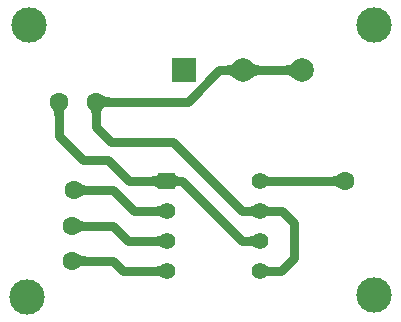
<source format=gbl>
%FSDAX24Y24*%
%MOIN*%
%SFA1B1*%

%IPPOS*%
%ADD10R,0.078740X0.078740*%
%ADD11C,0.078740*%
%ADD12C,0.055120*%
%ADD13R,0.055120X0.055120*%
%ADD14C,0.062990*%
%ADD15C,0.118110*%
%ADD16C,0.030000*%
%LNpcb_dac_mp-1*%
%LPD*%
G36*
X010237Y008624D02*
X010212Y008648D01*
X010185Y008669*
X010156Y008688*
X010127Y008704*
X010096Y008718*
X010063Y008729*
X010029Y008738*
X009993Y008745*
X009956Y008748*
X009918Y008750*
Y009050*
X009956Y009051*
X009993Y009055*
X010029Y009061*
X010063Y009070*
X010096Y009081*
X010127Y009095*
X010156Y009111*
X010185Y009130*
X010212Y009151*
X010237Y009175*
Y008624*
G37*
G36*
X008856Y009151D02*
X008883Y009130D01*
X008911Y009111*
X008941Y009095*
X008972Y009081*
X009005Y009070*
X009039Y009061*
X009074Y009055*
X009111Y009051*
X009150Y009050*
Y008750*
X009111Y008748*
X009074Y008745*
X009039Y008738*
X009005Y008729*
X008972Y008718*
X008941Y008704*
X008911Y008688*
X008883Y008669*
X008856Y008648*
X008831Y008624*
Y009175*
X008856Y009151*
G37*
G36*
X008268Y008624D02*
X008243Y008648D01*
X008216Y008669*
X008188Y008688*
X008158Y008704*
X008127Y008718*
X008094Y008729*
X008060Y008738*
X008025Y008745*
X007988Y008748*
X007949Y008750*
Y009050*
X007988Y009051*
X008025Y009055*
X008060Y009061*
X008094Y009070*
X008127Y009081*
X008158Y009095*
X008188Y009111*
X008216Y009130*
X008243Y009151*
X008268Y009175*
Y008624*
G37*
G36*
X003889Y008057D02*
X003906Y008045D01*
X003925Y008034*
X003946Y008025*
X003969Y008017*
X003994Y008011*
X004022Y008006*
X004051Y008002*
X004082Y008000*
X004115Y008000*
Y007700*
X004082Y007699*
X004022Y007693*
X003994Y007688*
X003969Y007682*
X003946Y007674*
X003925Y007665*
X003906Y007654*
X003889Y007642*
X003874Y007629*
Y008070*
X003889Y008057*
G37*
G36*
X003857Y007610D02*
X003845Y007593D01*
X003834Y007574*
X003825Y007553*
X003817Y007530*
X003811Y007505*
X003806Y007478*
X003802Y007448*
X003800Y007417*
X003800Y007384*
X003500*
X003499Y007417*
X003493Y007478*
X003488Y007505*
X003482Y007530*
X003474Y007553*
X003465Y007574*
X003454Y007593*
X003442Y007610*
X003429Y007625*
X003870*
X003857Y007610*
G37*
G36*
X002607D02*
X002595Y007593D01*
X002584Y007574*
X002575Y007553*
X002567Y007530*
X002561Y007505*
X002556Y007478*
X002552Y007448*
X002550Y007417*
X002550Y007384*
X002250*
X002249Y007417*
X002243Y007478*
X002238Y007505*
X002232Y007530*
X002224Y007553*
X002215Y007574*
X002204Y007593*
X002192Y007610*
X002179Y007625*
X002620*
X002607Y007610*
G37*
G36*
X009305Y005384D02*
X009317Y005377D01*
X009331Y005371*
X009348Y005365*
X009367Y005360*
X009388Y005356*
X009411Y005353*
X009465Y005350*
X009495Y005350*
Y005050*
X009465Y005049*
X009388Y005043*
X009367Y005039*
X009348Y005034*
X009331Y005029*
X009317Y005022*
X009305Y005015*
X009296Y005007*
Y005392*
X009305Y005384*
G37*
G36*
X006276Y005410D02*
X006283Y005397D01*
X006293Y005387*
Y005405*
X006295Y005394*
X006301Y005385*
X006312Y005377*
X006322Y005372*
X006330Y005368*
X006355Y005362*
X006384Y005356*
X006418Y005353*
X006500Y005350*
Y005050*
X006458Y005049*
X006453Y005049*
X006384Y005043*
X006355Y005038*
X006330Y005031*
X006322Y005028*
X006312Y005023*
X006301Y005014*
X006295Y005005*
X006293Y004994*
Y005012*
X006283Y005002*
X006276Y004989*
X006274Y004975*
Y005424*
X006276Y005410*
G37*
G36*
X011725Y004979D02*
X011710Y004992D01*
X011693Y005004*
X011674Y005015*
X011653Y005024*
X011630Y005032*
X011605Y005038*
X011578Y005043*
X011548Y005047*
X011517Y005049*
X011484Y005050*
Y005350*
X011517Y005350*
X011578Y005356*
X011605Y005361*
X011630Y005367*
X011653Y005375*
X011674Y005384*
X011693Y005395*
X011710Y005407*
X011725Y005420*
Y004979*
G37*
G36*
X005706Y005420D02*
X005714Y005429D01*
X005723Y005450*
X005726Y005474*
Y004925*
X005723Y004949*
X005714Y004970*
X005706Y004979*
Y004905*
X005703Y004933*
X005694Y004957*
X005679Y004979*
X005658Y004998*
X005631Y005014*
X005598Y005027*
X005559Y005037*
X005514Y005044*
X005463Y005048*
X005406Y005050*
Y005350*
X005463Y005351*
X005514Y005355*
X005559Y005363*
X005598Y005373*
X005631Y005386*
X005658Y005401*
X005679Y005420*
X005694Y005442*
X005703Y005466*
X005706Y005494*
Y005420*
G37*
G36*
X003139Y005107D02*
X003156Y005095D01*
X003175Y005084*
X003196Y005075*
X003219Y005067*
X003244Y005061*
X003272Y005056*
X003301Y005052*
X003332Y005050*
X003365Y005050*
Y004750*
X003332Y004749*
X003272Y004743*
X003244Y004738*
X003219Y004732*
X003196Y004724*
X003175Y004715*
X003156Y004704*
X003139Y004692*
X003124Y004679*
Y005120*
X003139Y005107*
G37*
G36*
X009305Y004384D02*
X009317Y004377D01*
X009331Y004371*
X009348Y004365*
X009367Y004360*
X009388Y004356*
X009411Y004353*
X009465Y004350*
X009495Y004350*
Y004050*
X009465Y004049*
X009388Y004043*
X009367Y004039*
X009348Y004034*
X009331Y004029*
X009317Y004022*
X009305Y004015*
X009296Y004007*
X009099Y004200*
X009296Y004392*
X009305Y004384*
G37*
G36*
X009099Y004200D02*
X008902Y004007D01*
X008892Y004015*
X008881Y004022*
X008866Y004029*
X008850Y004034*
X008831Y004039*
X008810Y004043*
X008733Y004049*
X008702Y004050*
Y004350*
X008733Y004350*
X008786Y004353*
X008810Y004356*
X008831Y004360*
X008850Y004365*
X008866Y004371*
X008881Y004377*
X008892Y004384*
X008902Y004392*
X009099Y004200*
G37*
G36*
X005804Y004007D02*
X005794Y004015D01*
X005782Y004022*
X005768Y004029*
X005751Y004034*
X005733Y004039*
X005711Y004043*
X005688Y004046*
X005634Y004049*
X005604Y004050*
Y004350*
X005634Y004350*
X005711Y004356*
X005733Y004360*
X005751Y004365*
X005768Y004371*
X005782Y004377*
X005794Y004384*
X005804Y004392*
Y004007*
G37*
G36*
X003089Y003907D02*
X003106Y003895D01*
X003125Y003884*
X003146Y003875*
X003169Y003867*
X003194Y003861*
X003222Y003856*
X003251Y003852*
X003282Y003850*
X003315Y003850*
Y003550*
X003282Y003549*
X003222Y003543*
X003194Y003538*
X003169Y003532*
X003146Y003524*
X003125Y003515*
X003106Y003504*
X003089Y003492*
X003074Y003479*
Y003920*
X003089Y003907*
G37*
G36*
X008902Y003007D02*
X008892Y003015D01*
X008881Y003022*
X008866Y003029*
X008850Y003034*
X008831Y003039*
X008810Y003043*
X008786Y003046*
X008733Y003049*
X008702Y003050*
Y003350*
X008733Y003350*
X008810Y003356*
X008831Y003360*
X008850Y003365*
X008866Y003371*
X008881Y003377*
X008892Y003384*
X008902Y003392*
Y003007*
G37*
G36*
X005804D02*
X005794Y003015D01*
X005782Y003022*
X005768Y003029*
X005751Y003034*
X005733Y003039*
X005711Y003043*
X005688Y003046*
X005634Y003049*
X005604Y003050*
Y003350*
X005634Y003350*
X005711Y003356*
X005733Y003360*
X005751Y003365*
X005768Y003371*
X005782Y003377*
X005794Y003384*
X005804Y003392*
Y003007*
G37*
G36*
X003089Y002757D02*
X003106Y002745D01*
X003125Y002734*
X003146Y002725*
X003169Y002717*
X003194Y002711*
X003222Y002706*
X003251Y002702*
X003282Y002700*
X003315Y002700*
Y002400*
X003282Y002399*
X003222Y002393*
X003194Y002388*
X003169Y002382*
X003146Y002374*
X003125Y002365*
X003106Y002354*
X003089Y002342*
X003074Y002329*
Y002770*
X003089Y002757*
G37*
G36*
X009305Y002384D02*
X009317Y002377D01*
X009331Y002371*
X009348Y002365*
X009367Y002360*
X009388Y002356*
X009411Y002353*
X009465Y002350*
X009495Y002350*
Y002050*
X009465Y002049*
X009388Y002043*
X009367Y002039*
X009348Y002034*
X009331Y002029*
X009317Y002022*
X009305Y002015*
X009296Y002007*
Y002392*
X009305Y002384*
G37*
G36*
X005804Y002007D02*
X005794Y002015D01*
X005782Y002022*
X005768Y002029*
X005751Y002034*
X005733Y002039*
X005711Y002043*
X005688Y002046*
X005634Y002049*
X005604Y002050*
Y002350*
X005634Y002350*
X005711Y002356*
X005733Y002360*
X005751Y002365*
X005768Y002371*
X005782Y002377*
X005794Y002384*
X005804Y002392*
Y002007*
G37*
G54D10*
X006581Y008900D03*
G54D11*
X008550Y008900D03*
X010518D03*
G54D12*
X006000Y003200D03*
Y004200D03*
Y002200D03*
X009099D03*
Y005200D03*
Y003200D03*
Y004200D03*
G54D13*
X006000Y005200D03*
G54D14*
X011950Y005200D03*
X003650Y007850D03*
X002850Y002550D03*
Y003700D03*
X002900Y004900D03*
X002400Y007850D03*
G54D15*
X012900Y010400D03*
X001400D03*
X012900Y001400D03*
X001350Y001350D03*
G54D16*
X008500Y004200D02*
X009850D01*
X006200Y006500D02*
X008500Y004200D01*
X008550Y008900D02*
X010518D01*
X007750D02*
X008550D01*
X006700Y007850D02*
X007750Y008900D01*
X003650Y007850D02*
X006700D01*
X004150Y006500D02*
X006200D01*
X003650Y007000D02*
X004150Y006500D01*
X003650Y007000D02*
Y007850D01*
X003200Y005900D02*
X004050D01*
X002400Y006700D02*
Y007850D01*
Y006700D02*
X003200Y005900D01*
X004050D02*
X004750Y005200D01*
X006000*
X009800Y002200D02*
X010250Y002650D01*
X009850Y004200D02*
X010250Y003800D01*
Y002650D02*
Y003800D01*
X009099Y002200D02*
X009800D01*
X004550D02*
X006000D01*
X002850Y002550D02*
X004200D01*
X004550Y002200*
X002850Y003700D02*
X004200D01*
X004700Y003200*
X006000*
X002900Y004900D02*
X004200D01*
X004900Y004200D02*
X006000D01*
X004200Y004900D02*
X004900Y004200D01*
X006000Y005200D02*
X006500D01*
X009099D02*
X011950D01*
X008500Y003200D02*
X009099D01*
X006500Y005200D02*
X008500Y003200D01*
M02*
</source>
